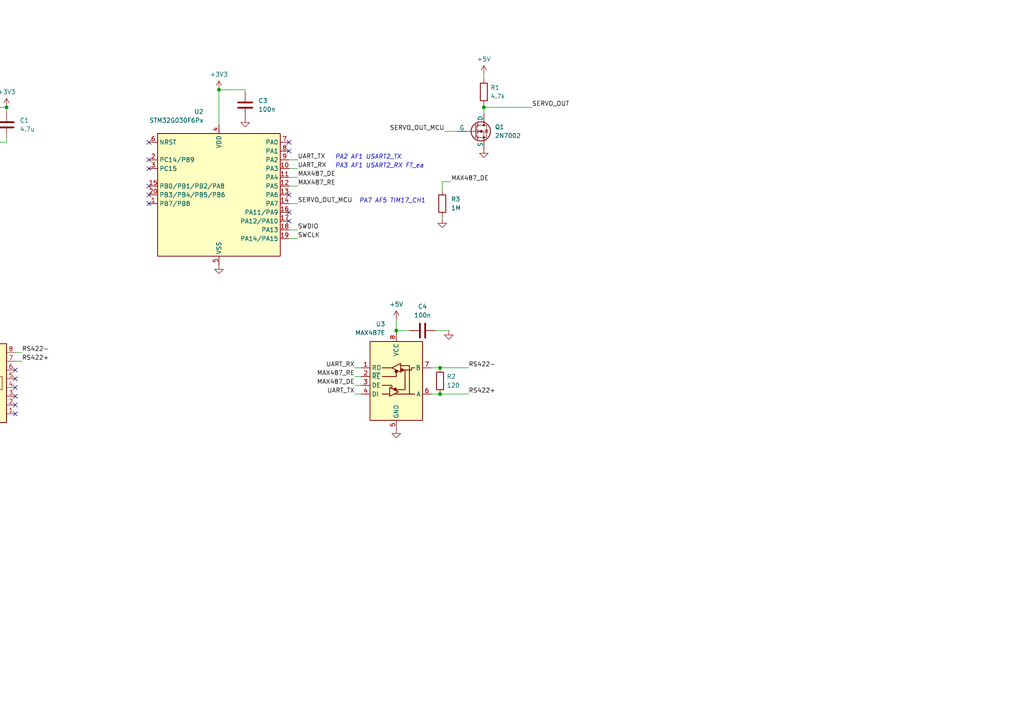
<source format=kicad_sch>
(kicad_sch (version 20230121) (generator eeschema)
  (paper "A4")
  (lib_symbols
    (symbol "Connector:RJ45" (pin_names (offset 1.016))
      (property "Reference" "J" (at -5.08 13.97 0))
      (property "Value" "RJ45" (at 2.54 13.97 0))
      (symbol "RJ45_0_1"
        (polyline (pts (xy -5.08 4.445) (xy -6.35 4.445)))
        (polyline (pts (xy -5.08 5.715) (xy -6.35 5.715)))
        (polyline (pts (xy -6.35 -3.175) (xy -5.08 -3.175) (xy -5.08 -3.175)))
        (polyline (pts (xy -6.35 -1.905) (xy -5.08 -1.905) (xy -5.08 -1.905)))
        (polyline (pts (xy -6.35 -0.635) (xy -5.08 -0.635) (xy -5.08 -0.635)))
        (polyline (pts (xy -6.35 0.635) (xy -5.08 0.635) (xy -5.08 0.635)))
        (polyline (pts (xy -6.35 1.905) (xy -5.08 1.905) (xy -5.08 1.905)))
        (polyline (pts (xy -5.08 3.175) (xy -6.35 3.175) (xy -6.35 3.175)))
        (polyline (pts (xy -6.35 -4.445) (xy -6.35 6.985) (xy 3.81 6.985) (xy 3.81 4.445) (xy 5.08 4.445) (xy 5.08 3.175) (xy 6.35 3.175) (xy 6.35 -0.635) (xy 5.08 -0.635) (xy 5.08 -1.905) (xy 3.81 -1.905) (xy 3.81 -4.445) (xy -6.35 -4.445) (xy -6.35 -4.445)))
        (rectangle (start 7.62 12.7) (end -7.62 -10.16) (stroke (width 0.254)) (fill (type background)))
      )
      (symbol "RJ45_1_1"
        (pin passive line (at 10.16 -7.62 180) (length 2.54) (name "~") (number "1"))
        (pin passive line (at 10.16 -5.08 180) (length 2.54) (name "~") (number "2"))
        (pin passive line (at 10.16 -2.54 180) (length 2.54) (name "~") (number "3"))
        (pin passive line (at 10.16 0 180) (length 2.54) (name "~") (number "4"))
        (pin passive line (at 10.16 2.54 180) (length 2.54) (name "~") (number "5"))
        (pin passive line (at 10.16 5.08 180) (length 2.54) (name "~") (number "6"))
        (pin passive line (at 10.16 7.62 180) (length 2.54) (name "~") (number "7"))
        (pin passive line (at 10.16 10.16 180) (length 2.54) (name "~") (number "8"))
      )
    )
    (symbol "Connector_Generic:Conn_01x02" (pin_names (offset 1.016) hide)
      (property "Reference" "J" (at 0 2.54 0))
      (property "Value" "Conn_01x02" (at 0 -5.08 0))
      (symbol "Conn_01x02_1_1"
        (rectangle (start -1.27 -2.413) (end 0 -2.667) (stroke (width 0.1524)))
        (rectangle (start -1.27 0.127) (end 0 -0.127) (stroke (width 0.1524)))
        (rectangle (start -1.27 1.27) (end 1.27 -3.81) (stroke (width 0.254)) (fill (type background)))
        (pin passive line (at -5.08 0 0) (length 3.81) (name "Pin_1") (number "1"))
        (pin passive line (at -5.08 -2.54 0) (length 3.81) (name "Pin_2") (number "2"))
      )
    )
    (symbol "Connector_Generic:Conn_01x03" (pin_names (offset 1.016) hide)
      (property "Reference" "J" (at 0 5.08 0))
      (property "Value" "Conn_01x03" (at 0 -5.08 0))
      (symbol "Conn_01x03_1_1"
        (rectangle (start -1.27 -2.413) (end 0 -2.667) (stroke (width 0.1524)))
        (rectangle (start -1.27 0.127) (end 0 -0.127) (stroke (width 0.1524)))
        (rectangle (start -1.27 2.667) (end 0 2.413) (stroke (width 0.1524)))
        (rectangle (start -1.27 3.81) (end 1.27 -3.81) (stroke (width 0.254)) (fill (type background)))
        (pin passive line (at -5.08 2.54 0) (length 3.81) (name "Pin_1") (number "1"))
        (pin passive line (at -5.08 0 0) (length 3.81) (name "Pin_2") (number "2"))
        (pin passive line (at -5.08 -2.54 0) (length 3.81) (name "Pin_3") (number "3"))
      )
    )
    (symbol "Connector_Generic:Conn_01x04" (pin_names (offset 1.016) hide)
      (property "Reference" "J" (at 0 5.08 0))
      (property "Value" "Conn_01x04" (at 0 -7.62 0))
      (symbol "Conn_01x04_1_1"
        (rectangle (start -1.27 -4.953) (end 0 -5.207) (stroke (width 0.1524)))
        (rectangle (start -1.27 -2.413) (end 0 -2.667) (stroke (width 0.1524)))
        (rectangle (start -1.27 0.127) (end 0 -0.127) (stroke (width 0.1524)))
        (rectangle (start -1.27 2.667) (end 0 2.413) (stroke (width 0.1524)))
        (rectangle (start -1.27 3.81) (end 1.27 -6.35) (stroke (width 0.254)) (fill (type background)))
        (pin passive line (at -5.08 2.54 0) (length 3.81) (name "Pin_1") (number "1"))
        (pin passive line (at -5.08 0 0) (length 3.81) (name "Pin_2") (number "2"))
        (pin passive line (at -5.08 -2.54 0) (length 3.81) (name "Pin_3") (number "3"))
        (pin passive line (at -5.08 -5.08 0) (length 3.81) (name "Pin_4") (number "4"))
      )
    )
    (symbol "Device:C" (pin_numbers hide) (pin_names (offset 0.254))
      (property "Reference" "C" (at 0.635 2.54 0))
      (property "Value" "C" (at 0.635 -2.54 0))
      (symbol "C_0_1"
        (polyline (pts (xy -2.032 -0.762) (xy 2.032 -0.762)) (stroke (width 0.508)))
        (polyline (pts (xy -2.032 0.762) (xy 2.032 0.762)) (stroke (width 0.508)))
      )
      (symbol "C_1_1"
        (pin passive line (at 0 3.81 270) (length 2.794) (name "~") (number "1"))
        (pin passive line (at 0 -3.81 90) (length 2.794) (name "~") (number "2"))
      )
    )
    (symbol "Device:Q_NMOS_GSD" (pin_numbers hide) (pin_names (offset 0))
      (property "Reference" "Q" (at 5.08 1.27 0))
      (property "Value" "Q_NMOS_GSD" (at 5.08 -1.27 0))
      (symbol "Q_NMOS_GSD_0_1"
        (polyline (pts (xy 0.254 0) (xy -2.54 0)))
        (polyline (pts (xy 0.254 1.905) (xy 0.254 -1.905)) (stroke (width 0.254)))
        (polyline (pts (xy 0.762 -1.27) (xy 0.762 -2.286)) (stroke (width 0.254)))
        (polyline (pts (xy 0.762 0.508) (xy 0.762 -0.508)) (stroke (width 0.254)))
        (polyline (pts (xy 0.762 2.286) (xy 0.762 1.27)) (stroke (width 0.254)))
        (polyline (pts (xy 2.54 2.54) (xy 2.54 1.778)))
        (polyline (pts (xy 2.54 -2.54) (xy 2.54 0) (xy 0.762 0)))
        (polyline (pts (xy 0.762 -1.778) (xy 3.302 -1.778) (xy 3.302 1.778) (xy 0.762 1.778)))
        (polyline (pts (xy 1.016 0) (xy 2.032 0.381) (xy 2.032 -0.381) (xy 1.016 0)) (fill (type outline)))
        (polyline (pts (xy 2.794 0.508) (xy 2.921 0.381) (xy 3.683 0.381) (xy 3.81 0.254)))
        (polyline (pts (xy 3.302 0.381) (xy 2.921 -0.254) (xy 3.683 -0.254) (xy 3.302 0.381)))
        (circle (center 1.651 0) (radius 2.794) (stroke (width 0.254)))
        (circle (center 2.54 -1.778) (radius 0.254) (fill (type outline)))
        (circle (center 2.54 1.778) (radius 0.254) (fill (type outline)))
      )
      (symbol "Q_NMOS_GSD_1_1"
        (pin input line (at -5.08 0 0) (length 2.54) (name "G") (number "1"))
        (pin passive line (at 2.54 -5.08 90) (length 2.54) (name "S") (number "2"))
        (pin passive line (at 2.54 5.08 270) (length 2.54) (name "D") (number "3"))
      )
    )
    (symbol "Device:R" (pin_numbers hide) (pin_names (offset 0))
      (property "Reference" "R" (at 2.032 0 90))
      (property "Value" "R" (at 0 0 90))
      (symbol "R_0_1"
        (rectangle (start -1.016 -2.54) (end 1.016 2.54) (stroke (width 0.254)))
      )
      (symbol "R_1_1"
        (pin passive line (at 0 3.81 270) (length 1.27) (name "~") (number "1"))
        (pin passive line (at 0 -3.81 90) (length 1.27) (name "~") (number "2"))
      )
    )
    (symbol "Interface_UART:MAX487E"
      (property "Reference" "U" (at -6.096 11.43 0))
      (property "Value" "MAX487E" (at 0.762 11.43 0))
      (symbol "MAX487E_0_1"
        (rectangle (start -7.62 10.16) (end 7.62 -12.7) (stroke (width 0.254)) (fill (type background)))
        (circle (center -0.3048 -3.683) (radius 0.3556) (stroke (width 0.254)) (fill (type outline)))
        (circle (center -0.0254 1.4986) (radius 0.3556) (stroke (width 0.254)) (fill (type outline)))
        (polyline (pts (xy -4.064 -5.08) (xy -1.905 -5.08)) (stroke (width 0.254)))
        (polyline (pts (xy -4.064 2.54) (xy -1.27 2.54)) (stroke (width 0.254)))
        (polyline (pts (xy -1.27 -3.2004) (xy -1.27 -3.4544)) (stroke (width 0.254)))
        (polyline (pts (xy -0.635 -5.08) (xy 5.334 -5.08)) (stroke (width 0.254)))
        (polyline (pts (xy -4.064 -2.54) (xy -1.27 -2.54) (xy -1.27 -3.175)) (stroke (width 0.254)))
        (polyline (pts (xy 0 1.27) (xy 0 0) (xy -4.064 0)) (stroke (width 0.254)))
        (polyline (pts (xy 1.27 3.175) (xy 3.81 3.175) (xy 3.81 -5.08)) (stroke (width 0.254)))
        (polyline (pts (xy 2.54 1.905) (xy 2.54 -3.81) (xy 0 -3.81)) (stroke (width 0.254)))
        (polyline (pts (xy -1.905 -3.175) (xy -1.905 -5.715) (xy 0.635 -4.445) (xy -1.905 -3.175)) (stroke (width 0.254)))
        (polyline (pts (xy -1.27 2.54) (xy 1.27 3.81) (xy 1.27 1.27) (xy -1.27 2.54)) (stroke (width 0.254)))
        (polyline (pts (xy 1.905 1.905) (xy 4.445 1.905) (xy 4.445 2.54) (xy 5.334 2.54)) (stroke (width 0.254)))
        (rectangle (start 1.27 3.175) (end 1.27 3.175))
        (circle (center 1.651 1.905) (radius 0.3556) (stroke (width 0.254)) (fill (type outline)))
      )
      (symbol "MAX487E_1_1"
        (pin output line (at -10.16 2.54 0) (length 2.54) (name "RO") (number "1"))
        (pin input line (at -10.16 0 0) (length 2.54) (name "~{RE}") (number "2"))
        (pin input line (at -10.16 -2.54 0) (length 2.54) (name "DE") (number "3"))
        (pin input line (at -10.16 -5.08 0) (length 2.54) (name "DI") (number "4"))
        (pin power_in line (at 0 -15.24 90) (length 2.54) (name "GND") (number "5"))
        (pin bidirectional line (at 10.16 -5.08 180) (length 2.54) (name "A") (number "6"))
        (pin bidirectional line (at 10.16 2.54 180) (length 2.54) (name "B") (number "7"))
        (pin power_in line (at 0 12.7 270) (length 2.54) (name "VCC") (number "8"))
      )
    )
    (symbol "MCU_ST_STM32G0:STM32G030F6Px"
      (property "Reference" "U" (at -17.78 19.05 0))
      (property "Value" "STM32G030F6Px" (at 2.54 19.05 0))
      (symbol "STM32G030F6Px_0_1"
        (rectangle (start -17.78 -17.78) (end 17.78 17.78) (stroke (width 0.254)) (fill (type background)))
      )
      (symbol "STM32G030F6Px_1_1"
        (pin bidirectional line (at -20.32 -2.54 0) (length 2.54) (name "PB7/PB8") (number "1"))
        (pin bidirectional line (at 20.32 7.62 180) (length 2.54) (name "PA3") (number "10"))
        (pin bidirectional line (at 20.32 5.08 180) (length 2.54) (name "PA4") (number "11"))
        (pin bidirectional line (at 20.32 2.54 180) (length 2.54) (name "PA5") (number "12"))
        (pin bidirectional line (at 20.32 0 180) (length 2.54) (name "PA6") (number "13"))
        (pin bidirectional line (at 20.32 -2.54 180) (length 2.54) (name "PA7") (number "14"))
        (pin bidirectional line (at -20.32 2.54 0) (length 2.54) (name "PB0/PB1/PB2/PA8") (number "15"))
        (pin bidirectional line (at 20.32 -5.08 180) (length 2.54) (name "PA11/PA9") (number "16"))
        (pin bidirectional line (at 20.32 -7.62 180) (length 2.54) (name "PA12/PA10") (number "17"))
        (pin bidirectional line (at 20.32 -10.16 180) (length 2.54) (name "PA13") (number "18"))
        (pin bidirectional line (at 20.32 -12.7 180) (length 2.54) (name "PA14/PA15") (number "19"))
        (pin bidirectional line (at -20.32 10.16 0) (length 2.54) (name "PC14/PB9") (number "2"))
        (pin bidirectional line (at -20.32 0 0) (length 2.54) (name "PB3/PB4/PB5/PB6") (number "20"))
        (pin bidirectional line (at -20.32 7.62 0) (length 2.54) (name "PC15") (number "3"))
        (pin power_in line (at 0 20.32 270) (length 2.54) (name "VDD") (number "4"))
        (pin power_in line (at 0 -20.32 90) (length 2.54) (name "VSS") (number "5"))
        (pin input line (at -20.32 15.24 0) (length 2.54) (name "NRST") (number "6"))
        (pin bidirectional line (at 20.32 15.24 180) (length 2.54) (name "PA0") (number "7"))
        (pin bidirectional line (at 20.32 12.7 180) (length 2.54) (name "PA1") (number "8"))
        (pin bidirectional line (at 20.32 10.16 180) (length 2.54) (name "PA2") (number "9"))
      )
    )
    (symbol "Regulator_Linear:SPX3819M5-L-3-3" (pin_names (offset 0.254))
      (property "Reference" "U" (at -3.81 5.715 0))
      (property "Value" "SPX3819M5-L-3-3" (at 0 5.715 0))
      (symbol "SPX3819M5-L-3-3_0_1"
        (rectangle (start -5.08 4.445) (end 5.08 -5.08) (stroke (width 0.254)) (fill (type background)))
      )
      (symbol "SPX3819M5-L-3-3_1_1"
        (pin power_in line (at -7.62 2.54 0) (length 2.54) (name "IN") (number "1"))
        (pin power_in line (at 0 -7.62 90) (length 2.54) (name "GND") (number "2"))
        (pin input line (at -7.62 0 0) (length 2.54) (name "EN") (number "3"))
        (pin input line (at 7.62 0 180) (length 2.54) (name "BP") (number "4"))
        (pin power_out line (at 7.62 2.54 180) (length 2.54) (name "OUT") (number "5"))
      )
    )
    (symbol "power:+3V3" (power) (pin_names (offset 0))
      (property "Value" "+3V3" (at 0 3.556 0))
      (symbol "+3V3_0_1"
        (polyline (pts (xy -0.762 1.27) (xy 0 2.54)))
        (polyline (pts (xy 0 0) (xy 0 2.54)))
        (polyline (pts (xy 0 2.54) (xy 0.762 1.27)))
      )
      (symbol "+3V3_1_1"
        (pin power_in line (at 0 0 90) (length 0) hide (name "+3V3") (number "1"))
      )
    )
    (symbol "power:+5V" (power) (pin_names (offset 0))
      (property "Value" "+5V" (at 0 3.556 0))
      (symbol "+5V_0_1"
        (polyline (pts (xy -0.762 1.27) (xy 0 2.54)))
        (polyline (pts (xy 0 0) (xy 0 2.54)))
        (polyline (pts (xy 0 2.54) (xy 0.762 1.27)))
      )
      (symbol "+5V_1_1"
        (pin power_in line (at 0 0 90) (length 0) hide (name "+5V") (number "1"))
      )
    )
    (symbol "power:GND" (power) (pin_names (offset 0))
      (property "Value" "GND" (at 0 -3.81 0))
      (symbol "GND_0_1"
        (polyline (pts (xy 0 0) (xy 0 -1.27) (xy 1.27 -1.27) (xy 0 -2.54) (xy -1.27 -1.27) (xy 0 -1.27)))
      )
      (symbol "GND_1_1"
        (pin power_in line (at 0 0 270) (length 0) hide (name "GND") (number "1"))
      )
    )
    (symbol "power:PWR_FLAG" (power) (pin_numbers hide) (pin_names (offset 0) hide)
      (property "Value" "PWR_FLAG" (at 0 3.81 0))
      (symbol "PWR_FLAG_0_0"
        (pin power_out line (at 0 0 90) (length 0) (name "pwr") (number "1"))
      )
      (symbol "PWR_FLAG_0_1"
        (polyline (pts (xy 0 0) (xy 0 1.27) (xy -1.016 1.905) (xy 0 2.54) (xy 1.016 1.905) (xy 0 1.27)))
      )
    )
  )
  (junction (at 127.635 114.3))
  (junction (at 140.335 31.115))
  (junction (at 127.635 106.68))
  (junction (at 1.905 31.115))
  (junction (at 114.935 95.885))
  (junction (at 63.5 26.035))
  (junction (at -17.145 73.025))
  (junction (at -28.575 31.115))
  (junction (at -8.89 41.275))
  (junction (at -19.685 41.275))
  (junction (at -17.145 75.565))
  (no_connect (at 83.82 41.275))
  (no_connect (at 83.82 43.815))
  (no_connect (at 83.82 64.135))
  (no_connect (at 43.18 53.975))
  (no_connect (at 4.445 117.475))
  (no_connect (at 4.445 112.395))
  (no_connect (at 4.445 109.855))
  (no_connect (at 83.82 61.595))
  (no_connect (at 4.445 120.015))
  (no_connect (at 4.445 107.315))
  (no_connect (at 43.18 41.275))
  (no_connect (at 43.18 59.055))
  (no_connect (at 43.18 56.515))
  (no_connect (at 43.18 48.895))
  (no_connect (at 4.445 114.935))
  (no_connect (at 43.18 46.355))
  (no_connect (at 83.82 56.515))
  (wire (pts (xy -28.575 31.115) (xy -28.575 33.655)))
  (wire (pts (xy 130.175 95.885) (xy 126.365 95.885)))
  (wire (pts (xy 140.335 21.59) (xy 140.335 22.86)))
  (wire (pts (xy -19.685 41.275) (xy -8.89 41.275)))
  (wire (pts (xy 6.35 104.775) (xy 4.445 104.775)))
  (wire (pts (xy 140.335 31.115) (xy 140.335 33.02)))
  (wire (pts (xy -19.685 41.91) (xy -19.685 41.275)))
  (wire (pts (xy -20.32 135.89) (xy -16.51 135.89)))
  (wire (pts (xy -20.955 92.075) (xy -17.145 92.075)))
  (wire (pts (xy 102.87 114.3) (xy 104.775 114.3)))
  (wire (pts (xy 102.87 106.68) (xy 104.775 106.68)))
  (wire (pts (xy 102.87 109.22) (xy 104.775 109.22)))
  (wire (pts (xy -20.32 134.62) (xy -16.51 134.62)))
  (wire (pts (xy 128.905 38.1) (xy 132.715 38.1)))
  (wire (pts (xy 63.5 26.035) (xy 63.5 36.195)))
  (wire (pts (xy -28.575 31.115) (xy -27.305 31.115)))
  (wire (pts (xy -12.065 31.115) (xy 1.905 31.115)))
  (wire (pts (xy -8.89 41.275) (xy 1.905 41.275)))
  (wire (pts (xy 86.36 59.055) (xy 83.82 59.055)))
  (wire (pts (xy 128.27 63.5) (xy 128.27 62.865)))
  (wire (pts (xy 86.36 48.895) (xy 83.82 48.895)))
  (wire (pts (xy 71.12 26.67) (xy 71.12 26.035)))
  (wire (pts (xy 1.905 31.115) (xy 1.905 32.385)))
  (wire (pts (xy 86.36 51.435) (xy 83.82 51.435)))
  (wire (pts (xy 130.81 52.705) (xy 128.27 52.705)))
  (wire (pts (xy 128.27 52.705) (xy 128.27 55.245)))
  (wire (pts (xy -20.955 89.535) (xy -17.145 89.535)))
  (wire (pts (xy -16.51 134.62) (xy -16.51 133.35)))
  (wire (pts (xy 6.35 102.235) (xy 4.445 102.235)))
  (wire (pts (xy -17.145 86.995) (xy -17.145 85.725)))
  (wire (pts (xy -17.145 85.725) (xy -19.685 85.725)))
  (wire (pts (xy 127.635 114.3) (xy 125.095 114.3)))
  (wire (pts (xy -29.845 130.81) (xy -16.51 130.81)))
  (wire (pts (xy 71.12 26.035) (xy 63.5 26.035)))
  (wire (pts (xy 86.36 69.215) (xy 83.82 69.215)))
  (wire (pts (xy 140.335 30.48) (xy 140.335 31.115)))
  (wire (pts (xy 135.89 106.68) (xy 127.635 106.68)))
  (wire (pts (xy 102.87 111.76) (xy 104.775 111.76)))
  (wire (pts (xy 86.36 46.355) (xy 83.82 46.355)))
  (wire (pts (xy 86.36 66.675) (xy 83.82 66.675)))
  (wire (pts (xy 1.905 40.005) (xy 1.905 41.275)))
  (wire (pts (xy 114.935 92.71) (xy 114.935 95.885)))
  (wire (pts (xy 127.635 106.68) (xy 125.095 106.68)))
  (wire (pts (xy -27.305 33.655) (xy -28.575 33.655)))
  (wire (pts (xy 114.935 95.885) (xy 114.935 96.52)))
  (wire (pts (xy -19.685 84.455) (xy -17.145 84.455)))
  (wire (pts (xy 114.935 95.885) (xy 118.745 95.885)))
  (wire (pts (xy 140.335 31.115) (xy 154.305 31.115)))
  (wire (pts (xy -34.29 31.115) (xy -28.575 31.115)))
  (wire (pts (xy 86.36 53.975) (xy 83.82 53.975)))
  (wire (pts (xy 127.635 114.3) (xy 135.89 114.3)))
  (wire (pts (xy -8.89 33.655) (xy -12.065 33.655)))
  (text "PA3 AF1 USART2_RX FT_ea" (at 97.155 48.895 0) (effects (font (size 1.27 1.27) italic) (justify left bottom)))
  (text "PA2 AF1 USART2_TX" (at 97.155 46.355 0) (effects (font (size 1.27 1.27) italic) (justify left bottom)))
  (text "PA7 AF5 TIM17_CH1" (at 104.14 59.055 0) (effects (font (size 1.27 1.27) italic) (justify left bottom)))
  (label "MAX487_DE" (at 102.87 111.76 180))
  (label "RS422+" (at 6.35 104.775 0))
  (label "SERVO_OUT" (at -29.845 130.81 180))
  (label "UART_TX" (at 102.87 114.3 180))
  (label "MAX487_RE" (at 86.36 53.975 0))
  (label "SWCLK" (at -20.955 89.535 180))
  (label "UART_RX" (at 86.36 48.895 0))
  (label "UART_RX" (at 102.87 106.68 180))
  (label "SERVO_OUT_MCU" (at 86.36 59.055 0))
  (label "RS422-" (at 6.35 102.235 0))
  (label "MAX487_DE" (at 86.36 51.435 0))
  (label "UART_TX" (at 86.36 46.355 0))
  (label "MAX487_DE" (at 130.81 52.705 0))
  (label "SWDIO" (at 86.36 66.675 0))
  (label "SERVO_OUT_MCU" (at 128.905 38.1 180))
  (label "SWCLK" (at 86.36 69.215 0))
  (label "SWDIO" (at -20.955 92.075 180))
  (label "MAX487_RE" (at 102.87 109.22 180))
  (label "SERVO_OUT" (at 154.305 31.115 0))
  (label "RS422-" (at 135.89 106.68 0))
  (label "RS422+" (at 135.89 114.3 0))
  (symbol (lib_id "power:GND") (at 114.935 124.46 0) (unit 1)
    (property "Reference" "#PWR013" (effects hide))
    (property "Value" "GND" (effects hide))
  )
  (symbol (lib_id "power:+3V3") (at 1.905 31.115 0) (unit 1)
    (property "Reference" "#PWR08" (effects hide))
    (property "Value" "+3V3" (at 1.905 26.67 0))
  )
  (symbol (lib_id "power:+5V") (at -17.145 73.025 0) (unit 1)
    (property "Reference" "#PWR011" (effects hide))
    (property "Value" "+5V" (at -17.145 68.58 0))
  )
  (symbol (lib_id "power:GND") (at 130.175 95.885 0) (unit 1)
    (property "Reference" "#PWR010" (effects hide))
    (property "Value" "GND" (effects hide))
  )
  (symbol (lib_id "Connector_Generic:Conn_01x04") (at -12.065 86.995 0) (unit 1)
    (property "Reference" "J2" (at -9.525 88.265 0) (effects (justify left)))
    (property "Value" "Conn_01x04" (effects hide))
    (property "Footprint" "Case_footprints:TestPoints_1x04_P2.0" (effects hide))
  )
  (symbol (lib_id "power:GND") (at -17.145 75.565 0) (unit 1)
    (property "Reference" "#PWR012" (effects hide))
    (property "Value" "GND" (effects hide))
  )
  (symbol (lib_id "power:+3V3") (at 63.5 26.035 0) (unit 1)
    (property "Reference" "#PWR02" (effects hide))
    (property "Value" "+3V3" (at 63.5 21.59 0))
  )
  (symbol (lib_id "power:GND") (at -19.685 85.725 0) (unit 1)
    (property "Reference" "#PWR015" (effects hide))
    (property "Value" "GND" (effects hide))
  )
  (symbol (lib_id "power:PWR_FLAG") (at -17.145 73.025 90) (unit 1)
    (property "Reference" "#FLG01" (effects hide))
    (property "Value" "PWR_FLAG" (effects hide))
  )
  (symbol (lib_id "Device:C") (at 71.12 30.48 0) (unit 1)
    (property "Reference" "C3" (at 74.93 29.21 0) (effects (justify left)))
    (property "Value" "100n" (at 74.93 31.75 0) (effects (justify left)))
    (property "Footprint" "Capacitor_SMD:C_0402_1005Metric" (effects hide))
  )
  (symbol (lib_id "Device:R") (at 140.335 26.67 0) (unit 1)
    (property "Reference" "R1" (at 142.24 25.4 0) (effects (justify left)))
    (property "Value" "4.7k" (at 142.24 27.94 0) (effects (justify left)))
    (property "Footprint" "Resistor_SMD:R_0402_1005Metric" (effects hide))
  )
  (symbol (lib_id "Connector_Generic:Conn_01x02") (at -12.065 73.025 0) (unit 1)
    (property "Reference" "J1" (at -9.525 74.295 0) (effects (justify left)))
    (property "Value" "Conn_01x02" (effects hide))
    (property "Footprint" "Connector_PinHeader_2.54mm:PinHeader_1x02_P2.54mm_Vertical" (effects hide))
  )
  (symbol (lib_id "power:+5V") (at -34.29 31.115 0) (unit 1)
    (property "Reference" "#PWR06" (effects hide))
    (property "Value" "+5V" (at -34.29 26.67 0))
  )
  (symbol (lib_id "Device:Q_NMOS_GSD") (at 137.795 38.1 0) (unit 1)
    (property "Reference" "Q1" (at 143.51 36.83 0) (effects (justify left)))
    (property "Value" "2N7002" (at 143.51 39.37 0) (effects (justify left)))
    (property "Footprint" "Package_TO_SOT_SMD:SOT-23" (effects hide))
  )
  (symbol (lib_id "Device:R") (at 127.635 110.49 0) (unit 1)
    (property "Reference" "R2" (at 129.54 109.22 0) (effects (justify left)))
    (property "Value" "120" (at 129.54 111.76 0) (effects (justify left)))
    (property "Footprint" "Resistor_SMD:R_0402_1005Metric" (effects hide))
  )
  (symbol (lib_id "Device:C") (at 1.905 36.195 0) (unit 1)
    (property "Reference" "C1" (at 5.715 34.925 0) (effects (justify left)))
    (property "Value" "4.7u" (at 5.715 37.465 0) (effects (justify left)))
    (property "Footprint" "Capacitor_SMD:C_0402_1005Metric" (effects hide))
  )
  (symbol (lib_id "Device:C") (at 122.555 95.885 90) (unit 1)
    (property "Reference" "C4" (at 122.555 88.9 90))
    (property "Value" "100n" (at 122.555 91.44 90))
    (property "Footprint" "Capacitor_SMD:C_0402_1005Metric" (effects hide))
  )
  (symbol (lib_id "power:PWR_FLAG") (at -17.145 75.565 90) (unit 1)
    (property "Reference" "#FLG02" (effects hide))
    (property "Value" "PWR_FLAG" (effects hide))
  )
  (symbol (lib_id "Connector_Generic:Conn_01x03") (at -11.43 133.35 0) (unit 1)
    (property "Reference" "J4" (at -8.89 133.35 0) (effects (justify left)))
    (property "Value" "Conn_01x03" (effects hide))
    (property "Footprint" "Connector_PinHeader_2.54mm:PinHeader_1x03_P2.54mm_Vertical" (effects hide))
  )
  (symbol (lib_id "Interface_UART:MAX487E") (at 114.935 109.22 0) (unit 1)
    (property "Reference" "U3" (at 111.76 93.98 0) (effects (justify right)))
    (property "Value" "MAX487E" (at 111.76 96.52 0) (effects (justify right)))
    (property "Footprint" "Package_SO:SOIC-8_3.9x4.9mm_P1.27mm" (effects hide))
    (property "Datasheet" "https://datasheets.maximintegrated.com/en/ds/MAX1487E-MAX491E.pdf" (effects hide))
  )
  (symbol (lib_id "MCU_ST_STM32G0:STM32G030F6Px") (at 63.5 56.515 0) (unit 1)
    (property "Reference" "U2" (at 59.055 32.385 0) (effects (justify right)))
    (property "Value" "STM32G030F6Px" (at 59.055 34.925 0) (effects (justify right)))
    (property "Footprint" "Package_SO:TSSOP-20_4.4x6.5mm_P0.65mm" (effects hide))
    (property "Datasheet" "https://www.st.com/resource/en/datasheet/stm32g030f6.pdf" (effects hide))
  )
  (symbol (lib_id "power:+5V") (at -20.32 134.62 0) (unit 1)
    (property "Reference" "#PWR016" (effects hide))
    (property "Value" "+5V" (at -24.13 132.715 0))
  )
  (symbol (lib_id "power:GND") (at -19.685 41.91 0) (unit 1)
    (property "Reference" "#PWR07" (effects hide))
    (property "Value" "GND" (effects hide))
  )
  (symbol (lib_id "power:+3V3") (at -19.685 84.455 0) (unit 1)
    (property "Reference" "#PWR014" (effects hide))
    (property "Value" "+3V3" (at -24.13 82.55 0))
  )
  (symbol (lib_id "power:GND") (at 140.335 43.18 0) (unit 1)
    (property "Reference" "#PWR05" (effects hide))
    (property "Value" "GND" (effects hide))
  )
  (symbol (lib_id "Regulator_Linear:SPX3819M5-L-3-3") (at -19.685 33.655 0) (unit 1)
    (property "Reference" "U1" (at -19.685 24.765 0))
    (property "Value" "SPX3819M5-L-3-3" (at -19.685 27.305 0))
    (property "Footprint" "Package_TO_SOT_SMD:SOT-23-5" (effects hide))
    (property "Datasheet" "https://www.exar.com/content/document.ashx?id=22106&languageid=1033&type=Datasheet&partnumber=SPX3819&filename=SPX3819.pdf&part=SPX3819" (effects hide))
  )
  (symbol (lib_id "power:GND") (at 71.12 34.29 0) (unit 1)
    (property "Reference" "#PWR03" (effects hide))
    (property "Value" "GND" (effects hide))
  )
  (symbol (lib_id "Device:R") (at 128.27 59.055 0) (unit 1)
    (property "Reference" "R3" (at 130.81 57.785 0) (effects (justify left)))
    (property "Value" "1M" (at 130.81 60.325 0) (effects (justify left)))
    (property "Footprint" "Resistor_SMD:R_0402_1005Metric" (effects hide))
  )
  (symbol (lib_id "Connector:RJ45") (at -5.715 112.395 0) (unit 1)
    (property "Reference" "J3" (at -5.715 95.25 0))
    (property "Value" "RJ45" (at -5.715 97.79 0))
    (property "Footprint" "Connector_RJ:RJ45_OST_PJ012-8P8CX_Vertical" (effects hide))
  )
  (symbol (lib_id "power:+5V") (at 114.935 92.71 0) (unit 1)
    (property "Reference" "#PWR09" (effects hide))
    (property "Value" "+5V" (at 114.935 88.265 0))
  )
  (symbol (lib_id "power:GND") (at -20.32 135.89 0) (unit 1)
    (property "Reference" "#PWR017" (effects hide))
    (property "Value" "GND" (effects hide))
  )
  (symbol (lib_id "power:GND") (at 63.5 76.835 0) (unit 1)
    (property "Reference" "#PWR01" (effects hide))
    (property "Value" "GND" (effects hide))
  )
  (symbol (lib_id "Device:C") (at -8.89 37.465 0) (unit 1)
    (property "Reference" "C2" (at -5.715 36.195 0) (effects (justify left)))
    (property "Value" "10n" (at -5.715 38.735 0) (effects (justify left)))
    (property "Footprint" "Capacitor_SMD:C_0402_1005Metric" (effects hide))
  )
  (symbol (lib_id "power:GND") (at 128.27 63.5 0) (unit 1)
    (property "Reference" "#PWR018" (effects hide))
    (property "Value" "GND" (effects hide))
  )
  (symbol (lib_id "power:+5V") (at 140.335 21.59 0) (unit 1)
    (property "Reference" "#PWR04" (effects hide))
    (property "Value" "+5V" (at 140.335 17.145 0))
  )
)
</source>
